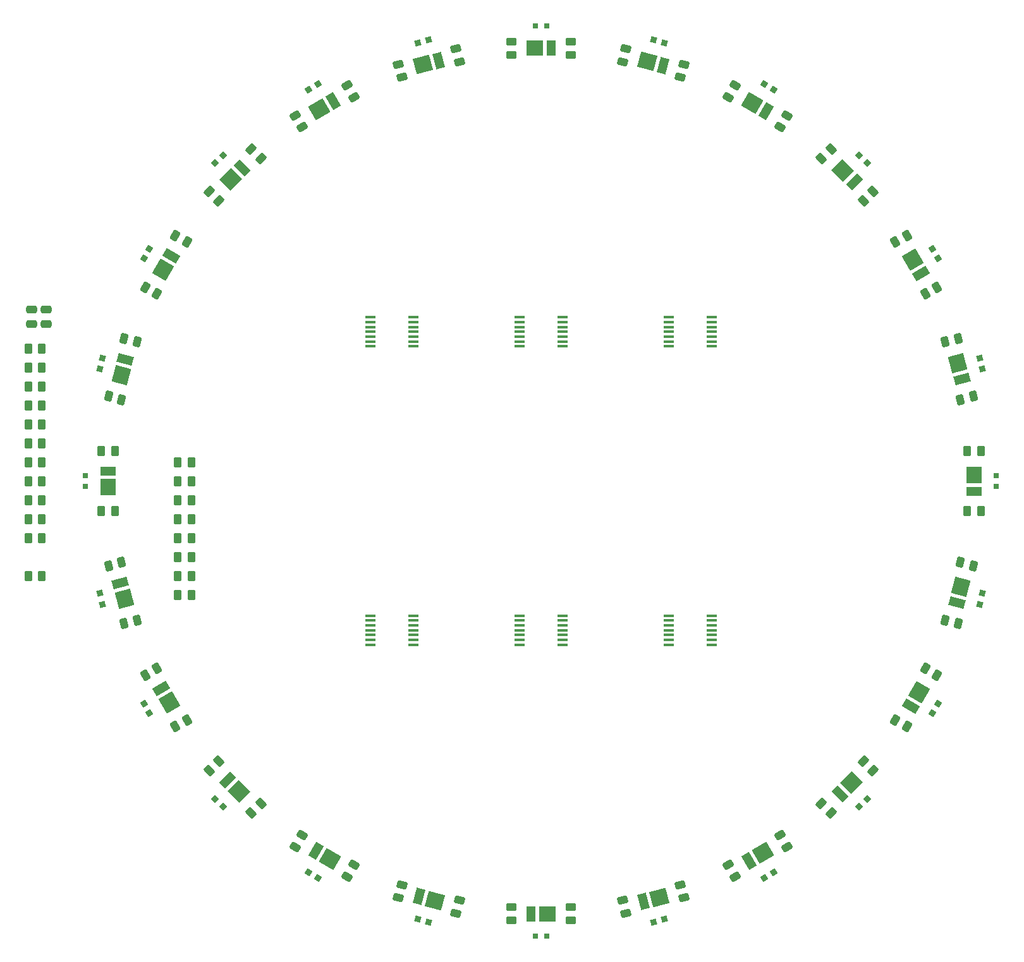
<source format=gbr>
%TF.GenerationSoftware,KiCad,Pcbnew,7.0.8*%
%TF.CreationDate,2023-11-22T21:49:45+11:00*%
%TF.ProjectId,Line 4.3,4c696e65-2034-42e3-932e-6b696361645f,rev?*%
%TF.SameCoordinates,Original*%
%TF.FileFunction,Paste,Bot*%
%TF.FilePolarity,Positive*%
%FSLAX46Y46*%
G04 Gerber Fmt 4.6, Leading zero omitted, Abs format (unit mm)*
G04 Created by KiCad (PCBNEW 7.0.8) date 2023-11-22 21:49:45*
%MOMM*%
%LPD*%
G01*
G04 APERTURE LIST*
G04 Aperture macros list*
%AMRoundRect*
0 Rectangle with rounded corners*
0 $1 Rounding radius*
0 $2 $3 $4 $5 $6 $7 $8 $9 X,Y pos of 4 corners*
0 Add a 4 corners polygon primitive as box body*
4,1,4,$2,$3,$4,$5,$6,$7,$8,$9,$2,$3,0*
0 Add four circle primitives for the rounded corners*
1,1,$1+$1,$2,$3*
1,1,$1+$1,$4,$5*
1,1,$1+$1,$6,$7*
1,1,$1+$1,$8,$9*
0 Add four rect primitives between the rounded corners*
20,1,$1+$1,$2,$3,$4,$5,0*
20,1,$1+$1,$4,$5,$6,$7,0*
20,1,$1+$1,$6,$7,$8,$9,0*
20,1,$1+$1,$8,$9,$2,$3,0*%
%AMRotRect*
0 Rectangle, with rotation*
0 The origin of the aperture is its center*
0 $1 length*
0 $2 width*
0 $3 Rotation angle, in degrees counterclockwise*
0 Add horizontal line*
21,1,$1,$2,0,0,$3*%
G04 Aperture macros list end*
%ADD10RotRect,2.257400X2.108200X150.000000*%
%ADD11RotRect,1.190600X2.108200X150.000000*%
%ADD12RoundRect,0.250000X0.262500X0.450000X-0.262500X0.450000X-0.262500X-0.450000X0.262500X-0.450000X0*%
%ADD13RoundRect,0.250000X-0.002332X-0.520961X0.452332X-0.258461X0.002332X0.520961X-0.452332X0.258461X0*%
%ADD14RoundRect,0.250000X0.452332X0.258461X-0.002332X0.520961X-0.452332X-0.258461X0.002332X-0.520961X0*%
%ADD15RoundRect,0.250000X-0.132583X0.503814X-0.503814X0.132583X0.132583X-0.503814X0.503814X-0.132583X0*%
%ADD16RotRect,2.257400X2.108200X30.000000*%
%ADD17RotRect,1.190600X2.108200X30.000000*%
%ADD18RoundRect,0.250000X-0.502607X0.137087X-0.366727X-0.370024X0.502607X-0.137087X0.366727X0.370024X0*%
%ADD19RotRect,2.257400X2.108200X240.000000*%
%ADD20RotRect,1.190600X2.108200X240.000000*%
%ADD21RoundRect,0.250000X0.132583X-0.503814X0.503814X-0.132583X-0.132583X0.503814X-0.503814X0.132583X0*%
%ADD22RotRect,2.257400X2.108200X330.000000*%
%ADD23RotRect,1.190600X2.108200X330.000000*%
%ADD24RoundRect,0.250000X-0.262500X-0.450000X0.262500X-0.450000X0.262500X0.450000X-0.262500X0.450000X0*%
%ADD25RotRect,0.800000X0.800000X315.000000*%
%ADD26RoundRect,0.250000X0.366727X-0.370024X0.502607X0.137087X-0.366727X0.370024X-0.502607X-0.137087X0*%
%ADD27R,1.400000X0.350000*%
%ADD28RoundRect,0.250000X0.258461X-0.452332X0.520961X0.002332X-0.258461X0.452332X-0.520961X-0.002332X0*%
%ADD29RotRect,2.257400X2.108200X135.000000*%
%ADD30RotRect,1.190600X2.108200X135.000000*%
%ADD31RotRect,2.257400X2.108200X225.000000*%
%ADD32RotRect,1.190600X2.108200X225.000000*%
%ADD33RoundRect,0.250000X-0.366727X0.370024X-0.502607X-0.137087X0.366727X-0.370024X0.502607X0.137087X0*%
%ADD34RotRect,2.257400X2.108200X60.000000*%
%ADD35RotRect,1.190600X2.108200X60.000000*%
%ADD36RoundRect,0.250000X0.520961X-0.002332X0.258461X0.452332X-0.520961X0.002332X-0.258461X-0.452332X0*%
%ADD37RoundRect,0.250000X-0.452332X-0.258461X0.002332X-0.520961X0.452332X0.258461X-0.002332X0.520961X0*%
%ADD38R,2.257400X2.108200*%
%ADD39R,1.190600X2.108200*%
%ADD40RotRect,0.800000X0.800000X225.000000*%
%ADD41RoundRect,0.250000X0.450000X-0.262500X0.450000X0.262500X-0.450000X0.262500X-0.450000X-0.262500X0*%
%ADD42RotRect,0.800000X0.800000X285.000000*%
%ADD43R,0.800000X0.800000*%
%ADD44RoundRect,0.250000X0.137087X0.502607X-0.370024X0.366727X-0.137087X-0.502607X0.370024X-0.366727X0*%
%ADD45RoundRect,0.250000X-0.503814X-0.132583X-0.132583X-0.503814X0.503814X0.132583X0.132583X0.503814X0*%
%ADD46RotRect,0.800000X0.800000X45.000000*%
%ADD47RotRect,0.800000X0.800000X195.000000*%
%ADD48RotRect,0.800000X0.800000X240.000000*%
%ADD49R,2.108200X2.257400*%
%ADD50R,2.108200X1.190600*%
%ADD51RoundRect,0.250000X0.503814X0.132583X0.132583X0.503814X-0.503814X-0.132583X-0.132583X-0.503814X0*%
%ADD52RoundRect,0.250000X0.475000X-0.250000X0.475000X0.250000X-0.475000X0.250000X-0.475000X-0.250000X0*%
%ADD53RotRect,2.257400X2.108200X120.000000*%
%ADD54RotRect,1.190600X2.108200X120.000000*%
%ADD55RotRect,2.257400X2.108200X75.000000*%
%ADD56RotRect,1.190600X2.108200X75.000000*%
%ADD57RotRect,0.800000X0.800000X120.000000*%
%ADD58RotRect,2.257400X2.108200X165.000000*%
%ADD59RotRect,1.190600X2.108200X165.000000*%
%ADD60RoundRect,0.250000X-0.370024X-0.366727X0.137087X-0.502607X0.370024X0.366727X-0.137087X0.502607X0*%
%ADD61RotRect,2.257400X2.108200X315.000000*%
%ADD62RotRect,1.190600X2.108200X315.000000*%
%ADD63RotRect,2.257400X2.108200X105.000000*%
%ADD64RotRect,1.190600X2.108200X105.000000*%
%ADD65RoundRect,0.250000X0.502607X-0.137087X0.366727X0.370024X-0.502607X0.137087X-0.366727X-0.370024X0*%
%ADD66RotRect,0.800000X0.800000X60.000000*%
%ADD67RotRect,2.257400X2.108200X285.000000*%
%ADD68RotRect,1.190600X2.108200X285.000000*%
%ADD69RoundRect,0.250000X0.002332X0.520961X-0.452332X0.258461X-0.002332X-0.520961X0.452332X-0.258461X0*%
%ADD70RoundRect,0.250000X-0.258461X0.452332X-0.520961X-0.002332X0.258461X-0.452332X0.520961X0.002332X0*%
%ADD71RoundRect,0.250000X-0.520961X0.002332X-0.258461X-0.452332X0.520961X-0.002332X0.258461X0.452332X0*%
%ADD72RotRect,2.257400X2.108200X210.000000*%
%ADD73RotRect,1.190600X2.108200X210.000000*%
%ADD74RotRect,2.257400X2.108200X300.000000*%
%ADD75RotRect,1.190600X2.108200X300.000000*%
%ADD76RotRect,0.800000X0.800000X300.000000*%
%ADD77RoundRect,0.250000X-0.450000X0.262500X-0.450000X-0.262500X0.450000X-0.262500X0.450000X0.262500X0*%
%ADD78RotRect,2.257400X2.108200X45.000000*%
%ADD79RotRect,1.190600X2.108200X45.000000*%
%ADD80RotRect,0.800000X0.800000X165.000000*%
%ADD81RotRect,0.800000X0.800000X345.000000*%
%ADD82RotRect,0.800000X0.800000X15.000000*%
%ADD83RotRect,0.800000X0.800000X30.000000*%
%ADD84RotRect,2.257400X2.108200X195.000000*%
%ADD85RotRect,1.190600X2.108200X195.000000*%
%ADD86RotRect,0.800000X0.800000X105.000000*%
%ADD87RotRect,0.800000X0.800000X210.000000*%
%ADD88RotRect,2.257400X2.108200X15.000000*%
%ADD89RotRect,1.190600X2.108200X15.000000*%
%ADD90RotRect,0.800000X0.800000X75.000000*%
%ADD91RoundRect,0.250000X0.370024X0.366727X-0.137087X0.502607X-0.370024X-0.366727X0.137087X-0.502607X0*%
%ADD92RotRect,0.800000X0.800000X330.000000*%
%ADD93RoundRect,0.250000X-0.137087X-0.502607X0.370024X-0.366727X0.137087X0.502607X-0.370024X0.366727X0*%
%ADD94RotRect,2.257400X2.108200X255.000000*%
%ADD95RotRect,1.190600X2.108200X255.000000*%
%ADD96RotRect,0.800000X0.800000X135.000000*%
%ADD97RotRect,2.257400X2.108200X345.000000*%
%ADD98RotRect,1.190600X2.108200X345.000000*%
%ADD99RotRect,0.800000X0.800000X255.000000*%
%ADD100RotRect,0.800000X0.800000X150.000000*%
G04 APERTURE END LIST*
D10*
%TO.C,LED15*%
X121713518Y-200641423D03*
D11*
X119824544Y-199550823D03*
%TD*%
D12*
%TO.C,R52*%
X103162500Y-150010000D03*
X101337500Y-150010000D03*
%TD*%
D13*
%TO.C,R31*%
X197439225Y-117992148D03*
X199019721Y-117079648D03*
%TD*%
D14*
%TO.C,R11*%
X199019721Y-182920352D03*
X197439225Y-182007852D03*
%TD*%
D15*
%TO.C,R6*%
X194485855Y-111170999D03*
X193195385Y-112461469D03*
%TD*%
D16*
%TO.C,LED23*%
X120286482Y-100182477D03*
D17*
X122175456Y-99091877D03*
%TD*%
D18*
%TO.C,R26*%
X138616027Y-92059619D03*
X139088371Y-93822433D03*
%TD*%
D12*
%TO.C,R51*%
X103162500Y-147470000D03*
X101337500Y-147470000D03*
%TD*%
D19*
%TO.C,LED9*%
X200641423Y-178286482D03*
D20*
X199550823Y-180175456D03*
%TD*%
D21*
%TO.C,R18*%
X105514145Y-188829001D03*
X106804615Y-187538531D03*
%TD*%
D22*
%TO.C,LED3*%
X178286482Y-99358577D03*
D23*
X180175456Y-100449177D03*
%TD*%
D24*
%TO.C,R68*%
X81327500Y-137310000D03*
X83152500Y-137310000D03*
%TD*%
D25*
%TO.C,A16*%
X106336156Y-192603184D03*
X107396816Y-193663844D03*
%TD*%
D24*
%TO.C,R61*%
X81327500Y-155090000D03*
X83152500Y-155090000D03*
%TD*%
D26*
%TO.C,R28*%
X160911629Y-93822433D03*
X161383973Y-92059619D03*
%TD*%
D27*
%TO.C,U5*%
X172875000Y-168050000D03*
X172875000Y-168700000D03*
X172875000Y-169350000D03*
X172875000Y-170000000D03*
X172875000Y-170650000D03*
X172875000Y-171300000D03*
X172875000Y-171950000D03*
X167125000Y-171950000D03*
X167125000Y-171300000D03*
X167125000Y-170650000D03*
X167125000Y-170000000D03*
X167125000Y-169350000D03*
X167125000Y-168700000D03*
X167125000Y-168050000D03*
%TD*%
D28*
%TO.C,R29*%
X175079648Y-98560775D03*
X175992148Y-96980279D03*
%TD*%
D29*
%TO.C,LED16*%
X109570392Y-191594778D03*
D30*
X108028051Y-190052437D03*
%TD*%
D12*
%TO.C,R55*%
X103162500Y-157630000D03*
X101337500Y-157630000D03*
%TD*%
D31*
%TO.C,LED10*%
X191594778Y-190429608D03*
D32*
X190052437Y-191971949D03*
%TD*%
D33*
%TO.C,R4*%
X169111380Y-94130171D03*
X168639036Y-95892985D03*
%TD*%
D24*
%TO.C,R62*%
X81327500Y-152550000D03*
X83152500Y-152550000D03*
%TD*%
D27*
%TO.C,U3*%
X147125000Y-131950000D03*
X147125000Y-131300000D03*
X147125000Y-130650000D03*
X147125000Y-130000000D03*
X147125000Y-129350000D03*
X147125000Y-128700000D03*
X147125000Y-128050000D03*
X152875000Y-128050000D03*
X152875000Y-128700000D03*
X152875000Y-129350000D03*
X152875000Y-130000000D03*
X152875000Y-130650000D03*
X152875000Y-131300000D03*
X152875000Y-131950000D03*
%TD*%
D34*
%TO.C,LED21*%
X99358577Y-121713518D03*
D35*
X100449177Y-119824544D03*
%TD*%
D12*
%TO.C,R9*%
X208912500Y-154000000D03*
X207087500Y-154000000D03*
%TD*%
D36*
%TO.C,R49*%
X117992148Y-102560775D03*
X117079648Y-100980279D03*
%TD*%
D37*
%TO.C,R35*%
X201439225Y-175079648D03*
X203019721Y-175992148D03*
%TD*%
D38*
%TO.C,LED13*%
X150823900Y-208000000D03*
D39*
X148642700Y-208000000D03*
%TD*%
D40*
%TO.C,A22*%
X107396816Y-106336156D03*
X106336156Y-107396816D03*
%TD*%
D28*
%TO.C,R17*%
X117079648Y-199019721D03*
X117992148Y-197439225D03*
%TD*%
D41*
%TO.C,R27*%
X146000000Y-92912500D03*
X146000000Y-91087500D03*
%TD*%
D42*
%TO.C,A18*%
X90884411Y-165063518D03*
X91272639Y-166512406D03*
%TD*%
D43*
%TO.C,A1*%
X150750000Y-89000000D03*
X149250000Y-89000000D03*
%TD*%
D44*
%TO.C,R44*%
X95892985Y-168639036D03*
X94130171Y-169111380D03*
%TD*%
D43*
%TO.C,A7*%
X211000000Y-150750000D03*
X211000000Y-149250000D03*
%TD*%
D12*
%TO.C,R57*%
X103162500Y-162710000D03*
X101337500Y-162710000D03*
%TD*%
D24*
%TO.C,R70*%
X81327500Y-132230000D03*
X83152500Y-132230000D03*
%TD*%
D45*
%TO.C,R24*%
X111170999Y-105514145D03*
X112461469Y-106804615D03*
%TD*%
D46*
%TO.C,A10*%
X192603184Y-193663844D03*
X193663844Y-192603184D03*
%TD*%
D47*
%TO.C,A24*%
X134936482Y-90884411D03*
X133487594Y-91272639D03*
%TD*%
D27*
%TO.C,U4*%
X167125000Y-131950000D03*
X167125000Y-131300000D03*
X167125000Y-130650000D03*
X167125000Y-130000000D03*
X167125000Y-129350000D03*
X167125000Y-128700000D03*
X167125000Y-128050000D03*
X172875000Y-128050000D03*
X172875000Y-128700000D03*
X172875000Y-129350000D03*
X172875000Y-130000000D03*
X172875000Y-130650000D03*
X172875000Y-131300000D03*
X172875000Y-131950000D03*
%TD*%
%TO.C,U7*%
X132875000Y-168050000D03*
X132875000Y-168700000D03*
X132875000Y-169350000D03*
X132875000Y-170000000D03*
X132875000Y-170650000D03*
X132875000Y-171300000D03*
X132875000Y-171950000D03*
X127125000Y-171950000D03*
X127125000Y-171300000D03*
X127125000Y-170650000D03*
X127125000Y-170000000D03*
X127125000Y-169350000D03*
X127125000Y-168700000D03*
X127125000Y-168050000D03*
%TD*%
D48*
%TO.C,A21*%
X97547450Y-118850481D03*
X96797450Y-120149519D03*
%TD*%
D49*
%TO.C,LED19*%
X92000000Y-150823900D03*
D50*
X92000000Y-148642700D03*
%TD*%
D18*
%TO.C,R38*%
X168639036Y-204107015D03*
X169111380Y-205869829D03*
%TD*%
D51*
%TO.C,R12*%
X188829001Y-194485855D03*
X187538531Y-193195385D03*
%TD*%
D52*
%TO.C,C13*%
X83750000Y-128950000D03*
X83750000Y-127050000D03*
%TD*%
D53*
%TO.C,LED17*%
X100182477Y-179713518D03*
D54*
X99091877Y-177824544D03*
%TD*%
D55*
%TO.C,LED20*%
X93763061Y-135784321D03*
D56*
X94327597Y-133677444D03*
%TD*%
D41*
%TO.C,R15*%
X146000000Y-208912500D03*
X146000000Y-207087500D03*
%TD*%
D12*
%TO.C,R58*%
X103162500Y-165250000D03*
X101337500Y-165250000D03*
%TD*%
D27*
%TO.C,U6*%
X152875000Y-168050000D03*
X152875000Y-168700000D03*
X152875000Y-169350000D03*
X152875000Y-170000000D03*
X152875000Y-170650000D03*
X152875000Y-171300000D03*
X152875000Y-171950000D03*
X147125000Y-171950000D03*
X147125000Y-171300000D03*
X147125000Y-170650000D03*
X147125000Y-170000000D03*
X147125000Y-169350000D03*
X147125000Y-168700000D03*
X147125000Y-168050000D03*
%TD*%
D57*
%TO.C,A5*%
X203202550Y-120149519D03*
X202452550Y-118850481D03*
%TD*%
D58*
%TO.C,LED14*%
X135784321Y-206236939D03*
D59*
X133677444Y-205672403D03*
%TD*%
D14*
%TO.C,R47*%
X98560775Y-124920352D03*
X96980279Y-124007852D03*
%TD*%
D24*
%TO.C,R60*%
X81327500Y-157630000D03*
X83152500Y-157630000D03*
%TD*%
D60*
%TO.C,R34*%
X206177567Y-160911629D03*
X207940381Y-161383973D03*
%TD*%
D61*
%TO.C,LED4*%
X190429608Y-108405222D03*
D62*
X191971949Y-109947563D03*
%TD*%
D63*
%TO.C,LED18*%
X94189543Y-165807331D03*
D64*
X93625007Y-163700454D03*
%TD*%
D36*
%TO.C,R13*%
X175992148Y-203019721D03*
X175079648Y-201439225D03*
%TD*%
D65*
%TO.C,R14*%
X161383973Y-207940381D03*
X160911629Y-206177567D03*
%TD*%
D66*
%TO.C,A9*%
X202452550Y-181149519D03*
X203202550Y-179850481D03*
%TD*%
D24*
%TO.C,R63*%
X81327500Y-150010000D03*
X83152500Y-150010000D03*
%TD*%
%TO.C,R59*%
X81307500Y-162710000D03*
X83132500Y-162710000D03*
%TD*%
D67*
%TO.C,LED6*%
X205810457Y-134192669D03*
D68*
X206374993Y-136299546D03*
%TD*%
D69*
%TO.C,R43*%
X102560775Y-182007852D03*
X100980279Y-182920352D03*
%TD*%
D43*
%TO.C,A13*%
X149250000Y-211000000D03*
X150750000Y-211000000D03*
%TD*%
D33*
%TO.C,R40*%
X139088371Y-206177567D03*
X138616027Y-207940381D03*
%TD*%
D70*
%TO.C,R5*%
X182920352Y-100980279D03*
X182007852Y-102560775D03*
%TD*%
D71*
%TO.C,R37*%
X182007852Y-197439225D03*
X182920352Y-199019721D03*
%TD*%
D52*
%TO.C,C12*%
X81750000Y-128950000D03*
X81750000Y-127050000D03*
%TD*%
D72*
%TO.C,LED11*%
X179713518Y-199817523D03*
D73*
X177824544Y-200908123D03*
%TD*%
D74*
%TO.C,LED5*%
X199817523Y-120286482D03*
D75*
X200908123Y-122175456D03*
%TD*%
D76*
%TO.C,A17*%
X96797450Y-179850481D03*
X97547450Y-181149519D03*
%TD*%
D77*
%TO.C,R39*%
X154000000Y-207087500D03*
X154000000Y-208912500D03*
%TD*%
D12*
%TO.C,R45*%
X92912500Y-154000000D03*
X91087500Y-154000000D03*
%TD*%
D24*
%TO.C,R66*%
X81327500Y-142390000D03*
X83152500Y-142390000D03*
%TD*%
D78*
%TO.C,LED22*%
X108405222Y-109570392D03*
D79*
X109947563Y-108028051D03*
%TD*%
D12*
%TO.C,R53*%
X103162500Y-152550000D03*
X101337500Y-152550000D03*
%TD*%
D45*
%TO.C,R36*%
X193195385Y-187538531D03*
X194485855Y-188829001D03*
%TD*%
D80*
%TO.C,A2*%
X166512406Y-91272639D03*
X165063518Y-90884411D03*
%TD*%
D77*
%TO.C,R3*%
X154000000Y-91087500D03*
X154000000Y-92912500D03*
%TD*%
D24*
%TO.C,R65*%
X81327500Y-144930000D03*
X83152500Y-144930000D03*
%TD*%
D81*
%TO.C,A14*%
X133487594Y-208727361D03*
X134936482Y-209115589D03*
%TD*%
D24*
%TO.C,R69*%
X81327500Y-134770000D03*
X83152500Y-134770000D03*
%TD*%
D82*
%TO.C,A12*%
X165063518Y-209115589D03*
X166512406Y-208727361D03*
%TD*%
D83*
%TO.C,A11*%
X179850481Y-203202550D03*
X181149519Y-202452550D03*
%TD*%
D84*
%TO.C,LED12*%
X165807331Y-205810457D03*
D85*
X163700454Y-206374993D03*
%TD*%
D86*
%TO.C,A6*%
X209115589Y-134936482D03*
X208727361Y-133487594D03*
%TD*%
D87*
%TO.C,A23*%
X120149519Y-96797450D03*
X118850481Y-97547450D03*
%TD*%
D88*
%TO.C,LED24*%
X134192669Y-94189543D03*
D89*
X136299546Y-93625007D03*
%TD*%
D70*
%TO.C,R41*%
X124920352Y-201439225D03*
X124007852Y-203019721D03*
%TD*%
D90*
%TO.C,A8*%
X208727361Y-166512406D03*
X209115589Y-165063518D03*
%TD*%
D37*
%TO.C,R23*%
X100980279Y-117079648D03*
X102560775Y-117992148D03*
%TD*%
D51*
%TO.C,R48*%
X106804615Y-112461469D03*
X105514145Y-111170999D03*
%TD*%
D91*
%TO.C,R46*%
X93822433Y-139088371D03*
X92059619Y-138616027D03*
%TD*%
D24*
%TO.C,R21*%
X91087500Y-146000000D03*
X92912500Y-146000000D03*
%TD*%
D91*
%TO.C,R10*%
X205869829Y-169111380D03*
X204107015Y-168639036D03*
%TD*%
D49*
%TO.C,LED7*%
X208000000Y-149176100D03*
D50*
X208000000Y-151357300D03*
%TD*%
D92*
%TO.C,A15*%
X118850481Y-202452550D03*
X120149519Y-203202550D03*
%TD*%
D93*
%TO.C,R20*%
X92059619Y-161383973D03*
X93822433Y-160911629D03*
%TD*%
D13*
%TO.C,R19*%
X96980279Y-175992148D03*
X98560775Y-175079648D03*
%TD*%
D94*
%TO.C,LED8*%
X206236939Y-164215679D03*
D95*
X205672403Y-166322556D03*
%TD*%
D44*
%TO.C,R8*%
X207940381Y-138616027D03*
X206177567Y-139088371D03*
%TD*%
D27*
%TO.C,U8*%
X127125000Y-131950000D03*
X127125000Y-131300000D03*
X127125000Y-130650000D03*
X127125000Y-130000000D03*
X127125000Y-129350000D03*
X127125000Y-128700000D03*
X127125000Y-128050000D03*
X132875000Y-128050000D03*
X132875000Y-128700000D03*
X132875000Y-129350000D03*
X132875000Y-130000000D03*
X132875000Y-130650000D03*
X132875000Y-131300000D03*
X132875000Y-131950000D03*
%TD*%
D24*
%TO.C,R67*%
X81327500Y-139850000D03*
X83152500Y-139850000D03*
%TD*%
D96*
%TO.C,A4*%
X193663844Y-107396816D03*
X192603184Y-106336156D03*
%TD*%
D21*
%TO.C,R30*%
X187538531Y-106804615D03*
X188829001Y-105514145D03*
%TD*%
D65*
%TO.C,R50*%
X131360964Y-95892985D03*
X130888620Y-94130171D03*
%TD*%
D26*
%TO.C,R16*%
X130888620Y-205869829D03*
X131360964Y-204107015D03*
%TD*%
D71*
%TO.C,R25*%
X124007852Y-96980279D03*
X124920352Y-98560775D03*
%TD*%
D60*
%TO.C,R22*%
X94130171Y-130888620D03*
X95892985Y-131360964D03*
%TD*%
D12*
%TO.C,R54*%
X103162500Y-155090000D03*
X101337500Y-155090000D03*
%TD*%
D15*
%TO.C,R42*%
X112461469Y-193195385D03*
X111170999Y-194485855D03*
%TD*%
D38*
%TO.C,LED1*%
X149176100Y-92000000D03*
D39*
X151357300Y-92000000D03*
%TD*%
D12*
%TO.C,R56*%
X103162500Y-160170000D03*
X101337500Y-160170000D03*
%TD*%
D93*
%TO.C,R32*%
X204107015Y-131360964D03*
X205869829Y-130888620D03*
%TD*%
D43*
%TO.C,A19*%
X89000000Y-149250000D03*
X89000000Y-150750000D03*
%TD*%
D69*
%TO.C,R7*%
X203019721Y-124007852D03*
X201439225Y-124920352D03*
%TD*%
D24*
%TO.C,R64*%
X81327500Y-147470000D03*
X83152500Y-147470000D03*
%TD*%
D97*
%TO.C,LED2*%
X164215679Y-93763061D03*
D98*
X166322556Y-94327597D03*
%TD*%
D24*
%TO.C,R33*%
X207087500Y-146000000D03*
X208912500Y-146000000D03*
%TD*%
D99*
%TO.C,A20*%
X91272639Y-133487594D03*
X90884411Y-134936482D03*
%TD*%
D100*
%TO.C,A3*%
X181149519Y-97547450D03*
X179850481Y-96797450D03*
%TD*%
M02*

</source>
